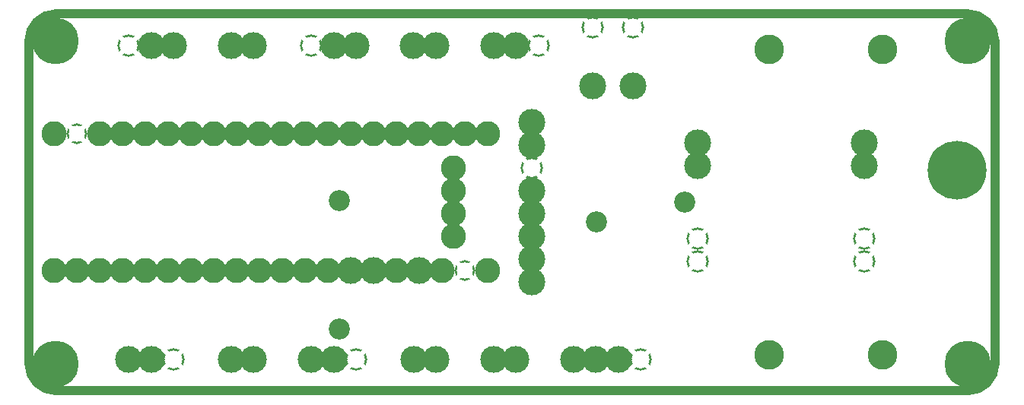
<source format=gbr>
%TF.GenerationSoftware,Altium Limited,Altium Designer,23.6.0 (18)*%
G04 Layer_Physical_Order=3*
G04 Layer_Color=128*
%FSLAX45Y45*%
%MOMM*%
%TF.SameCoordinates,8109348C-C8A1-492E-8D21-29312D9C8BDA*%
%TF.FilePolarity,Negative*%
%TF.FileFunction,Copper,L3,Inr,Plane*%
%TF.Part,Single*%
G01*
G75*
%TA.AperFunction,NonConductor*%
%ADD26C,1.01600*%
%TA.AperFunction,ViaPad*%
%ADD28C,5.17500*%
%TA.AperFunction,ComponentPad*%
%ADD29C,2.99000*%
%ADD30C,3.00000*%
%ADD31C,3.30000*%
%ADD32C,6.55000*%
G04:AMPARAMS|DCode=33|XSize=2.524mm|YSize=2.524mm|CornerRadius=0mm|HoleSize=0mm|Usage=FLASHONLY|Rotation=0.000|XOffset=0mm|YOffset=0mm|HoleType=Round|Shape=Relief|Width=0.508mm|Gap=0.254mm|Entries=4|*
%AMTHD33*
7,0,0,2.52400,2.01600,0.50800,45*
%
%ADD33THD33*%
%ADD34C,3.00000*%
%ADD35C,2.80000*%
G04:AMPARAMS|DCode=36|XSize=2.324mm|YSize=2.324mm|CornerRadius=0mm|HoleSize=0mm|Usage=FLASHONLY|Rotation=0.000|XOffset=0mm|YOffset=0mm|HoleType=Round|Shape=Relief|Width=0.508mm|Gap=0.254mm|Entries=4|*
%AMTHD36*
7,0,0,2.32400,1.81600,0.50800,45*
%
%ADD36THD36*%
%TA.AperFunction,ViaPad*%
%ADD37C,2.35000*%
%TA.AperFunction,ComponentPad*%
G04:AMPARAMS|DCode=38|XSize=2.514mm|YSize=2.514mm|CornerRadius=0mm|HoleSize=0mm|Usage=FLASHONLY|Rotation=0.000|XOffset=0mm|YOffset=0mm|HoleType=Round|Shape=Relief|Width=0.508mm|Gap=0.254mm|Entries=4|*
%AMTHD38*
7,0,0,2.51400,2.00600,0.50800,45*
%
%ADD38THD38*%
G04:AMPARAMS|DCode=39|XSize=2.524mm|YSize=2.524mm|CornerRadius=0mm|HoleSize=0mm|Usage=FLASHONLY|Rotation=0.000|XOffset=0mm|YOffset=0mm|HoleType=Round|Shape=Relief|Width=0.508mm|Gap=0.254mm|Entries=4|*
%AMTHD39*
7,0,0,2.52400,2.01600,0.50800,45*
%
%ADD39THD39*%
D26*
X0Y300000D02*
G03*
X300000Y0I300000J0D01*
G01*
X10450000Y0D02*
G03*
X10750000Y300000I0J300000D01*
G01*
Y3900000D02*
G03*
X10450000Y4200000I-300000J0D01*
G01*
X300000D02*
G03*
X0Y3900000I0J-300000D01*
G01*
X300000Y0D02*
X10450000D01*
X10750000Y300000D02*
Y3900000D01*
X300000Y4200000D02*
X10450000D01*
X0Y300000D02*
Y3900000D01*
D28*
X10450000Y300000D02*
D03*
Y3900000D02*
D03*
X300000D02*
D03*
Y300000D02*
D03*
D29*
X6272500Y3400000D02*
D03*
X6722500D02*
D03*
D30*
X2248512Y3850000D02*
D03*
X4530512Y349999D02*
D03*
X2500512D02*
D03*
X4278512Y3850000D02*
D03*
X5420512Y349999D02*
D03*
X2250512D02*
D03*
X6560512D02*
D03*
X6310512D02*
D03*
X6060512D02*
D03*
X4528512Y3850000D02*
D03*
X3640512D02*
D03*
X3390512D02*
D03*
X2498512D02*
D03*
X1610100D02*
D03*
X1360100D02*
D03*
X5420512D02*
D03*
X5170512D02*
D03*
X3140512Y349999D02*
D03*
X3390512D02*
D03*
X4280512D02*
D03*
X1110100D02*
D03*
X1360100D02*
D03*
X5170512D02*
D03*
X9296800Y2759300D02*
D03*
Y2505300D02*
D03*
X7442600Y2759300D02*
D03*
Y2505300D02*
D03*
X3581400Y1338000D02*
D03*
X3835400D02*
D03*
X4343400D02*
D03*
D31*
X9495000Y3800000D02*
D03*
X8240000D02*
D03*
Y400000D02*
D03*
X9495000D02*
D03*
D32*
X10330000Y2460000D02*
D03*
D33*
X6810512Y349999D02*
D03*
X3140512Y3850000D02*
D03*
X1110100D02*
D03*
X5670512D02*
D03*
X3640512Y349999D02*
D03*
X1610100D02*
D03*
X9296800Y1438500D02*
D03*
X7442600D02*
D03*
Y1692500D02*
D03*
X9296800D02*
D03*
D34*
X5600000Y2989000D02*
D03*
Y2735000D02*
D03*
Y2227000D02*
D03*
Y1973000D02*
D03*
Y1719000D02*
D03*
Y1465000D02*
D03*
Y1211000D02*
D03*
D35*
X787400Y1338000D02*
D03*
X279400D02*
D03*
X533400D02*
D03*
X1295400D02*
D03*
X1041400D02*
D03*
X1803400D02*
D03*
X2057400D02*
D03*
X2819400D02*
D03*
X2311400D02*
D03*
X2565400D02*
D03*
X1549400D02*
D03*
X279400Y2862000D02*
D03*
X787400D02*
D03*
X1549400D02*
D03*
X1041400D02*
D03*
X1295400D02*
D03*
X1803400D02*
D03*
X2565400D02*
D03*
X2057400D02*
D03*
X2311400D02*
D03*
X3327400Y1338000D02*
D03*
X3073400D02*
D03*
X4089400D02*
D03*
X4597400D02*
D03*
X5105400D02*
D03*
X4724400Y1973000D02*
D03*
Y1719000D02*
D03*
X3327400Y2862000D02*
D03*
X2819400D02*
D03*
X3073400D02*
D03*
X4089400D02*
D03*
X3581400D02*
D03*
X3835400D02*
D03*
X4724400Y2227000D02*
D03*
Y2481000D02*
D03*
X4343400Y2862000D02*
D03*
X4597400D02*
D03*
X4851400D02*
D03*
X5105400D02*
D03*
D36*
X533400D02*
D03*
X4851400Y1338000D02*
D03*
D37*
X3455000Y2120000D02*
D03*
Y685000D02*
D03*
X6317500Y1882500D02*
D03*
X7300000Y2100000D02*
D03*
D38*
X6272500Y4050000D02*
D03*
X6722500Y4050000D02*
D03*
D39*
X5600000Y2481000D02*
D03*
%TF.MD5,0feafaba93cd3e9cbc53385acdbeda33*%
M02*

</source>
